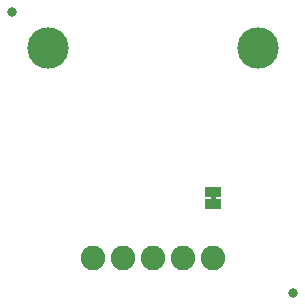
<source format=gbs>
G75*
%MOIN*%
%OFA0B0*%
%FSLAX25Y25*%
%IPPOS*%
%LPD*%
%AMOC8*
5,1,8,0,0,1.08239X$1,22.5*
%
%ADD10C,0.13800*%
%ADD11C,0.08200*%
%ADD12R,0.05800X0.03300*%
%ADD13C,0.00500*%
%ADD14C,0.03300*%
D10*
X0178333Y0376400D03*
X0248333Y0376400D03*
D11*
X0233333Y0306400D03*
X0223333Y0306400D03*
X0213333Y0306400D03*
X0203333Y0306400D03*
X0193333Y0306400D03*
D12*
X0233333Y0324400D03*
X0233333Y0328400D03*
D13*
X0233833Y0327150D02*
X0232833Y0327150D01*
X0232833Y0325650D01*
X0233833Y0325650D01*
X0233833Y0327150D01*
X0233833Y0326794D02*
X0232833Y0326794D01*
X0232833Y0326296D02*
X0233833Y0326296D01*
X0233833Y0325797D02*
X0232833Y0325797D01*
D14*
X0259833Y0294900D03*
X0166333Y0388400D03*
M02*

</source>
